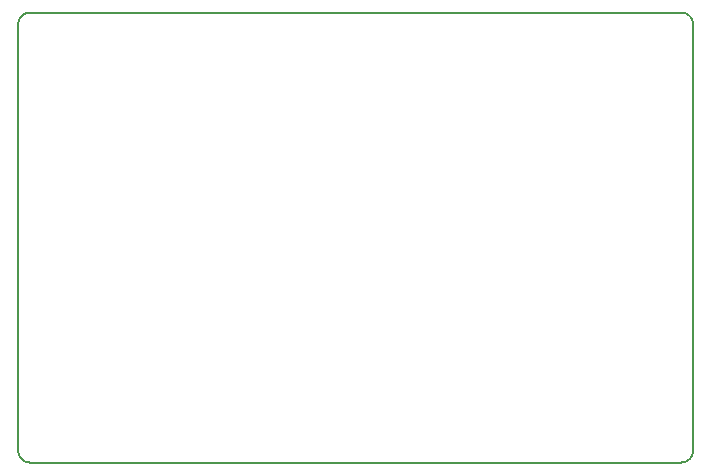
<source format=gm1>
G04 #@! TF.GenerationSoftware,KiCad,Pcbnew,7.0.11*
G04 #@! TF.CreationDate,2024-05-21T13:22:13-04:00*
G04 #@! TF.ProjectId,ISOCHet,49534f43-4865-4742-9e6b-696361645f70,rev?*
G04 #@! TF.SameCoordinates,Original*
G04 #@! TF.FileFunction,Profile,NP*
%FSLAX46Y46*%
G04 Gerber Fmt 4.6, Leading zero omitted, Abs format (unit mm)*
G04 Created by KiCad (PCBNEW 7.0.11) date 2024-05-21 13:22:13*
%MOMM*%
%LPD*%
G01*
G04 APERTURE LIST*
G04 #@! TA.AperFunction,Profile*
%ADD10C,0.200000*%
G04 #@! TD*
G04 APERTURE END LIST*
D10*
X130175000Y-75200000D02*
X130175000Y-39100000D01*
X131175000Y-38100000D02*
G75*
G03*
X130175000Y-39100000I0J-1000000D01*
G01*
X130175000Y-75200000D02*
G75*
G03*
X131175000Y-76200000I1000000J0D01*
G01*
X187325000Y-39100000D02*
X187325000Y-75200000D01*
X186325000Y-76200000D02*
X131175000Y-76200000D01*
X186325000Y-76200000D02*
G75*
G03*
X187325000Y-75200000I0J1000000D01*
G01*
X131175000Y-38100000D02*
X186325000Y-38100000D01*
X187325000Y-39100000D02*
G75*
G03*
X186325000Y-38100000I-1000000J0D01*
G01*
M02*

</source>
